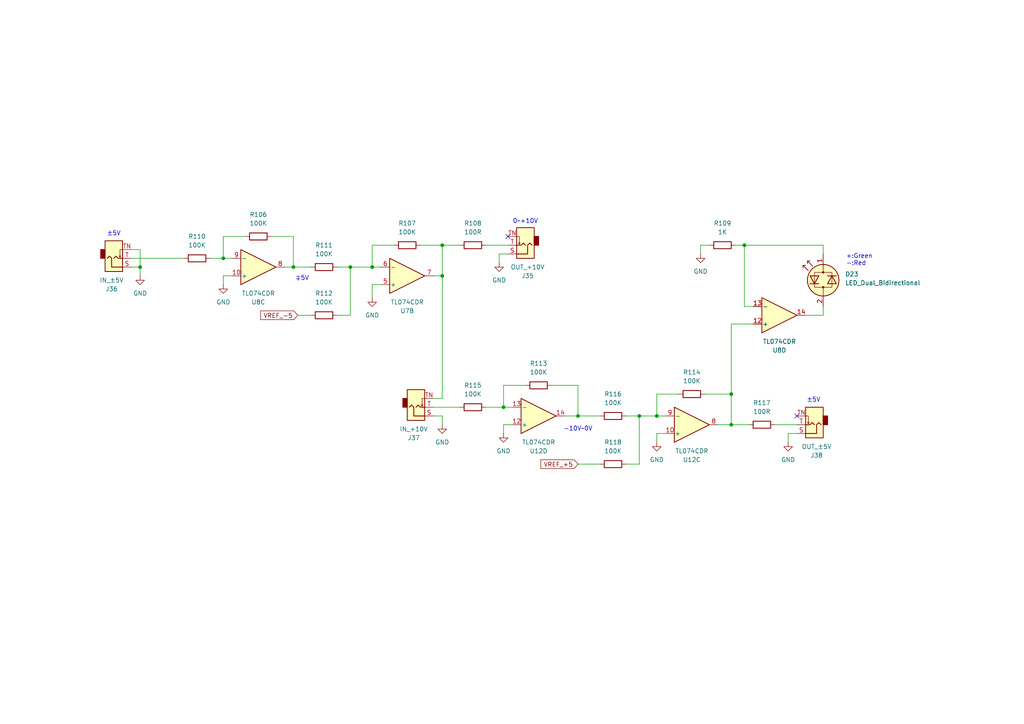
<source format=kicad_sch>
(kicad_sch (version 20250114) (generator "eeschema") (generator_version "9.0")
  (paper "A4")
  (title_block (title "±5V Offset") (date "2025-07-31") (rev "2.1") (company "StudioKAT"))
  (lib_symbols
    (symbol "Amplifier_Operational:TL074" (pin_names (offset 0.127))
      (property "Reference" "U" (at 0 5.08 0))
      (property "Value" "TL074" (at 0 -5.08 0))
      (symbol "TL074_1_1"
        (polyline (pts (xy -5.08 5.08) (xy 5.08 0) (xy -5.08 -5.08) (xy -5.08 5.08)) (stroke (width 0.254)) (fill (type background)))
        (pin input line (at -7.62 2.54 0) (length 2.54) (name "+") (number "3"))
        (pin input line (at -7.62 -2.54 0) (length 2.54) (name "-") (number "2"))
        (pin output line (at 7.62 0 180) (length 2.54) (name "~") (number "1"))
      )
      (symbol "TL074_2_1"
        (polyline (pts (xy -5.08 5.08) (xy 5.08 0) (xy -5.08 -5.08) (xy -5.08 5.08)) (stroke (width 0.254)) (fill (type background)))
        (pin input line (at -7.62 2.54 0) (length 2.54) (name "+") (number "5"))
        (pin input line (at -7.62 -2.54 0) (length 2.54) (name "-") (number "6"))
        (pin output line (at 7.62 0 180) (length 2.54) (name "~") (number "7"))
      )
      (symbol "TL074_3_1"
        (polyline (pts (xy -5.08 5.08) (xy 5.08 0) (xy -5.08 -5.08) (xy -5.08 5.08)) (stroke (width 0.254)) (fill (type background)))
        (pin input line (at -7.62 2.54 0) (length 2.54) (name "+") (number "10"))
        (pin input line (at -7.62 -2.54 0) (length 2.54) (name "-") (number "9"))
        (pin output line (at 7.62 0 180) (length 2.54) (name "~") (number "8"))
      )
      (symbol "TL074_4_1"
        (polyline (pts (xy -5.08 5.08) (xy 5.08 0) (xy -5.08 -5.08) (xy -5.08 5.08)) (stroke (width 0.254)) (fill (type background)))
        (pin input line (at -7.62 2.54 0) (length 2.54) (name "+") (number "12"))
        (pin input line (at -7.62 -2.54 0) (length 2.54) (name "-") (number "13"))
        (pin output line (at 7.62 0 180) (length 2.54) (name "~") (number "14"))
      )
      (symbol "TL074_5_1"
        (pin power_in line (at -2.54 7.62 270) (length 3.81) (name "V+") (number "4"))
        (pin power_in line (at -2.54 -7.62 90) (length 3.81) (name "V-") (number "11"))
      )
    )
    (symbol "Connector_Audio:AudioJack2_SwitchT"
      (property "Reference" "J" (at 0 8.89 0))
      (property "Value" "AudioJack2_SwitchT" (at 0 6.35 0))
      (symbol "AudioJack2_SwitchT_0_1"
        (rectangle (start -2.54 0) (end -3.81 -2.54) (stroke (width 0.254)) (fill (type outline)))
        (polyline (pts (xy 0 0) (xy 0.635 -0.635) (xy 1.27 0) (xy 2.54 0)) (stroke (width 0.254)))
        (polyline (pts (xy 1.778 -0.254) (xy 2.032 -0.762)))
        (rectangle (start 2.54 3.81) (end -2.54 -5.08) (stroke (width 0.254)) (fill (type background)))
        (polyline (pts (xy 2.54 2.54) (xy -0.635 2.54) (xy -0.635 0) (xy -1.27 -0.635) (xy -1.905 0)) (stroke (width 0.254)))
        (polyline (pts (xy 2.54 -2.54) (xy 1.778 -2.54) (xy 1.778 -0.254) (xy 1.524 -0.762)))
      )
      (symbol "AudioJack2_SwitchT_1_1"
        (pin passive line (at 5.08 2.54 180) (length 2.54) (name "~") (number "S"))
        (pin passive line (at 5.08 0 180) (length 2.54) (name "~") (number "T"))
        (pin passive line (at 5.08 -2.54 180) (length 2.54) (name "~") (number "TN"))
      )
    )
    (symbol "Device:LED_Dual_Bidirectional" (pin_names (offset 0) (hide yes))
      (property "Reference" "D" (at 0 5.715 0))
      (property "Value" "LED_Dual_Bidirectional" (at 0 -6.35 0))
      (symbol "LED_Dual_Bidirectional_0_1"
        (polyline (pts (xy -4.572 0) (xy -2.54 0)))
        (circle (center -2.032 0) (radius 0.254) (fill (type outline)))
        (polyline (pts (xy -2.032 0) (xy -2.54 0)))
        (polyline (pts (xy -1.016 3.81) (xy -1.016 1.27)) (stroke (width 0.254)))
        (polyline (pts (xy -1.016 -1.27) (xy -1.016 -3.81) (xy 1.27 -2.54) (xy -1.016 -1.27)) (stroke (width 0.254)))
        (circle (center 0 0) (radius 4.572) (stroke (width 0.254)) (fill (type background)))
        (polyline (pts (xy 1.27 3.81) (xy 1.27 1.27) (xy -1.016 2.54) (xy 1.27 3.81)) (stroke (width 0.254)))
        (polyline (pts (xy 1.27 -1.27) (xy 1.27 -3.81)) (stroke (width 0.254)))
        (polyline (pts (xy 2.286 2.54) (xy -2.032 2.54) (xy -2.032 -2.54) (xy 2.286 -2.54) (xy 2.286 2.54)))
        (circle (center 2.286 0) (radius 0.254) (fill (type outline)))
        (polyline (pts (xy 2.794 4.318) (xy 4.318 5.842) (xy 3.556 5.842)) (stroke (width 0.2032)))
        (polyline (pts (xy 4.064 3.048) (xy 5.588 4.572) (xy 4.826 4.572)) (stroke (width 0.2032)))
        (polyline (pts (xy 4.064 0) (xy 2.286 0)) (fill (type outline)))
        (polyline (pts (xy 4.318 5.842) (xy 4.318 5.08)) (stroke (width 0.2032)))
        (polyline (pts (xy 5.588 4.572) (xy 5.588 3.81)) (stroke (width 0.2032)))
      )
      (symbol "LED_Dual_Bidirectional_1_1"
        (pin input line (at -7.62 0 0) (length 3.048) (name "AK") (number "2"))
        (pin input line (at 7.62 0 180) (length 3.81) (name "KA") (number "1"))
      )
    )
    (symbol "Device:R" (pin_numbers (hide yes)) (pin_names (offset 0))
      (property "Reference" "R" (at 2.032 0 90))
      (property "Value" "R" (at 0 0 90))
      (symbol "R_0_1"
        (rectangle (start -1.016 -2.54) (end 1.016 2.54) (stroke (width 0.254)))
      )
      (symbol "R_1_1"
        (pin passive line (at 0 3.81 270) (length 1.27) (name "~") (number "1"))
        (pin passive line (at 0 -3.81 90) (length 1.27) (name "~") (number "2"))
      )
    )
    (symbol "power:GND" (power) (pin_numbers (hide yes)) (pin_names (offset 0) (hide yes))
      (property "Value" "GND" (at 0 -3.81 0))
      (symbol "GND_0_1"
        (polyline (pts (xy 0 0) (xy 0 -1.27) (xy 1.27 -1.27) (xy 0 -2.54) (xy -1.27 -1.27) (xy 0 -1.27)))
      )
      (symbol "GND_1_1"
        (pin power_in line (at 0 0 270) (length 0) (name "~") (number "1"))
      )
    )
  )
  (text "0~+10V" (at 152.4 64.262 0) (effects (font (size 1.27 1.27))))
  (text "-10V~0V" (at 167.64 124.46 0) (effects (font (size 1.27 1.27))))
  (text "±5V" (at 33.02 67.818 0) (effects (font (size 1.27 1.27))))
  (text "±5V" (at 235.966 116.078 0) (effects (font (size 1.27 1.27))))
  (text "+:Green\n-:Red" (at 245.364 75.438 0) (effects (font (size 1.27 1.27)) (justify left)))
  (text "∓5V" (at 87.63 80.772 0) (effects (font (size 1.27 1.27))))
  (junction (at 128.27 80.01))
  (junction (at 185.42 120.65))
  (junction (at 146.05 118.11))
  (junction (at 215.9 71.12))
  (junction (at 85.09 77.47))
  (junction (at 212.09 123.19))
  (junction (at 212.09 114.3))
  (junction (at 128.27 71.12))
  (junction (at 64.77 74.93))
  (junction (at 167.64 120.65))
  (junction (at 40.64 77.47))
  (junction (at 190.5 120.65))
  (junction (at 101.6 77.47))
  (junction (at 107.95 77.47))
  (no_connect (at 147.32 68.58))
  (no_connect (at 231.14 120.65))
  (wire (pts (xy 140.97 118.11) (xy 146.05 118.11)))
  (wire (pts (xy 203.2 73.66) (xy 203.2 71.12)))
  (wire (pts (xy 185.42 120.65) (xy 190.5 120.65)))
  (wire (pts (xy 238.76 91.44) (xy 233.68 91.44)))
  (wire (pts (xy 114.3 71.12) (xy 107.95 71.12)))
  (wire (pts (xy 167.64 134.62) (xy 173.99 134.62)))
  (wire (pts (xy 125.73 115.57) (xy 128.27 115.57)))
  (wire (pts (xy 86.36 91.44) (xy 90.17 91.44)))
  (wire (pts (xy 101.6 77.47) (xy 107.95 77.47)))
  (wire (pts (xy 101.6 91.44) (xy 101.6 77.47)))
  (wire (pts (xy 167.64 120.65) (xy 163.83 120.65)))
  (wire (pts (xy 160.02 111.76) (xy 167.64 111.76)))
  (wire (pts (xy 125.73 118.11) (xy 133.35 118.11)))
  (wire (pts (xy 185.42 134.62) (xy 185.42 120.65)))
  (wire (pts (xy 85.09 77.47) (xy 90.17 77.47)))
  (wire (pts (xy 238.76 73.66) (xy 238.76 71.12)))
  (wire (pts (xy 167.64 111.76) (xy 167.64 120.65)))
  (wire (pts (xy 71.12 68.58) (xy 64.77 68.58)))
  (wire (pts (xy 146.05 118.11) (xy 148.59 118.11)))
  (wire (pts (xy 181.61 120.65) (xy 185.42 120.65)))
  (wire (pts (xy 190.5 120.65) (xy 193.04 120.65)))
  (wire (pts (xy 215.9 71.12) (xy 215.9 88.9)))
  (wire (pts (xy 224.79 123.19) (xy 231.14 123.19)))
  (wire (pts (xy 238.76 88.9) (xy 238.76 91.44)))
  (wire (pts (xy 38.1 74.93) (xy 53.34 74.93)))
  (wire (pts (xy 212.09 123.19) (xy 217.17 123.19)))
  (wire (pts (xy 196.85 114.3) (xy 190.5 114.3)))
  (wire (pts (xy 212.09 93.98) (xy 212.09 114.3)))
  (wire (pts (xy 190.5 125.73) (xy 193.04 125.73)))
  (wire (pts (xy 128.27 123.19) (xy 128.27 120.65)))
  (wire (pts (xy 218.44 93.98) (xy 212.09 93.98)))
  (wire (pts (xy 228.6 125.73) (xy 231.14 125.73)))
  (wire (pts (xy 190.5 128.27) (xy 190.5 125.73)))
  (wire (pts (xy 64.77 68.58) (xy 64.77 74.93)))
  (wire (pts (xy 213.36 71.12) (xy 215.9 71.12)))
  (wire (pts (xy 212.09 114.3) (xy 212.09 123.19)))
  (wire (pts (xy 204.47 114.3) (xy 212.09 114.3)))
  (wire (pts (xy 128.27 120.65) (xy 125.73 120.65)))
  (wire (pts (xy 40.64 72.39) (xy 40.64 77.47)))
  (wire (pts (xy 40.64 77.47) (xy 38.1 77.47)))
  (wire (pts (xy 97.79 91.44) (xy 101.6 91.44)))
  (wire (pts (xy 128.27 80.01) (xy 125.73 80.01)))
  (wire (pts (xy 215.9 88.9) (xy 218.44 88.9)))
  (wire (pts (xy 107.95 77.47) (xy 110.49 77.47)))
  (wire (pts (xy 107.95 82.55) (xy 107.95 86.36)))
  (wire (pts (xy 97.79 77.47) (xy 101.6 77.47)))
  (wire (pts (xy 212.09 123.19) (xy 208.28 123.19)))
  (wire (pts (xy 64.77 82.55) (xy 64.77 80.01)))
  (wire (pts (xy 64.77 80.01) (xy 67.31 80.01)))
  (wire (pts (xy 64.77 74.93) (xy 67.31 74.93)))
  (wire (pts (xy 40.64 80.01) (xy 40.64 77.47)))
  (wire (pts (xy 85.09 68.58) (xy 85.09 77.47)))
  (wire (pts (xy 238.76 71.12) (xy 215.9 71.12)))
  (wire (pts (xy 85.09 77.47) (xy 82.55 77.47)))
  (wire (pts (xy 60.96 74.93) (xy 64.77 74.93)))
  (wire (pts (xy 128.27 71.12) (xy 133.35 71.12)))
  (wire (pts (xy 167.64 120.65) (xy 173.99 120.65)))
  (wire (pts (xy 121.92 71.12) (xy 128.27 71.12)))
  (wire (pts (xy 107.95 82.55) (xy 110.49 82.55)))
  (wire (pts (xy 146.05 123.19) (xy 148.59 123.19)))
  (wire (pts (xy 181.61 134.62) (xy 185.42 134.62)))
  (wire (pts (xy 140.97 71.12) (xy 147.32 71.12)))
  (wire (pts (xy 190.5 114.3) (xy 190.5 120.65)))
  (wire (pts (xy 38.1 72.39) (xy 40.64 72.39)))
  (wire (pts (xy 144.78 73.66) (xy 147.32 73.66)))
  (wire (pts (xy 146.05 125.73) (xy 146.05 123.19)))
  (wire (pts (xy 144.78 76.2) (xy 144.78 73.66)))
  (wire (pts (xy 128.27 71.12) (xy 128.27 80.01)))
  (wire (pts (xy 228.6 128.27) (xy 228.6 125.73)))
  (wire (pts (xy 78.74 68.58) (xy 85.09 68.58)))
  (wire (pts (xy 152.4 111.76) (xy 146.05 111.76)))
  (wire (pts (xy 146.05 111.76) (xy 146.05 118.11)))
  (wire (pts (xy 128.27 115.57) (xy 128.27 80.01)))
  (wire (pts (xy 203.2 71.12) (xy 205.74 71.12)))
  (wire (pts (xy 107.95 71.12) (xy 107.95 77.47)))
  (global_label "VREF_-5" (shape input) (at 86.36 91.44 180) (property "Intersheetrefs" "${INTERSHEET_REFS}" (effects (hide yes))))
  (global_label "VREF_+5" (shape input) (at 167.64 134.62 180) (property "Intersheetrefs" "${INTERSHEET_REFS}" (effects (hide yes))))
  (symbol (lib_id "Connector_Audio:AudioJack2_SwitchT") (at 236.22 123.19 180) (unit 1)
    (property "Reference" "J38" (at 236.855 132.08 0))
    (property "Value" "OUT_±5V" (at 236.855 129.54 0))
    (property "Footprint" "kat_eurorack:AudioJack_PJ301M-12" (effects (hide yes)))
    (property "Description" "Audio Jack, 2 Poles (Mono / TS), Switched T Pole (Normalling)" (effects (hide yes)))
  )
  (symbol (lib_id "Device:R") (at 118.11 71.12 90) (unit 1)
    (property "Reference" "R107" (at 118.11 64.77 90))
    (property "Value" "100K" (at 118.11 67.31 90))
    (property "Footprint" "Resistor_SMD:R_0402_1005Metric" (effects (hide yes)))
    (property "Description" "Resistor" (effects (hide yes)))
    (property "LCSC" "C25741" (effects (hide yes)))
  )
  (symbol (lib_id "power:GND") (at 128.27 123.19 0) (unit 1)
    (property "Reference" "#PWR0108" (effects (hide yes)))
    (property "Value" "GND" (at 128.27 128.27 0))
    (property "Description" "Power symbol creates a global label with name \"GND\" , ground" (effects (hide yes)))
  )
  (symbol (lib_id "Amplifier_Operational:TL074") (at 118.11 80.01 0) (mirror x) (unit 2)
    (property "Reference" "U7" (at 118.11 90.17 0))
    (property "Value" "TL074CDR" (at 118.11 87.63 0))
    (property "Footprint" "Package_SO:SOIC-14_3.9x8.7mm_P1.27mm" (effects (hide yes)))
    (property "Datasheet" "http://www.ti.com/lit/ds/symlink/tl071.pdf" (effects (hide yes)))
    (property "Description" "Quad Low-Noise JFET-Input Operational Amplifiers, DIP-14/SOIC-14" (effects (hide yes)))
    (property "LCSC" "C12594" (effects (hide yes)))
  )
  (symbol (lib_id "Amplifier_Operational:TL074") (at 156.21 120.65 0) (mirror x) (unit 4)
    (property "Reference" "U12" (at 156.21 130.81 0))
    (property "Value" "TL074CDR" (at 156.21 128.27 0))
    (property "Footprint" "Package_SO:SOIC-14_3.9x8.7mm_P1.27mm" (effects (hide yes)))
    (property "Datasheet" "http://www.ti.com/lit/ds/symlink/tl071.pdf" (effects (hide yes)))
    (property "Description" "Quad Low-Noise JFET-Input Operational Amplifiers, DIP-14/SOIC-14" (effects (hide yes)))
    (property "LCSC" "C12594" (effects (hide yes)))
  )
  (symbol (lib_id "Device:R") (at 200.66 114.3 90) (unit 1)
    (property "Reference" "R114" (at 200.66 107.95 90))
    (property "Value" "100K" (at 200.66 110.49 90))
    (property "Footprint" "Resistor_SMD:R_0402_1005Metric" (effects (hide yes)))
    (property "Description" "Resistor" (effects (hide yes)))
    (property "LCSC" "C25741" (effects (hide yes)))
  )
  (symbol (lib_id "Amplifier_Operational:TL074") (at 226.06 91.44 0) (mirror x) (unit 4)
    (property "Reference" "U8" (at 226.06 101.6 0))
    (property "Value" "TL074CDR" (at 226.06 99.06 0))
    (property "Footprint" "Package_SO:SOIC-14_3.9x8.7mm_P1.27mm" (effects (hide yes)))
    (property "Datasheet" "http://www.ti.com/lit/ds/symlink/tl071.pdf" (effects (hide yes)))
    (property "Description" "Quad Low-Noise JFET-Input Operational Amplifiers, DIP-14/SOIC-14" (effects (hide yes)))
    (property "LCSC" "C12594" (effects (hide yes)))
  )
  (symbol (lib_id "Device:R") (at 93.98 77.47 90) (unit 1)
    (property "Reference" "R111" (at 93.98 71.12 90))
    (property "Value" "100K" (at 93.98 73.66 90))
    (property "Footprint" "Resistor_SMD:R_0402_1005Metric" (effects (hide yes)))
    (property "Description" "Resistor" (effects (hide yes)))
    (property "LCSC" "C25741" (effects (hide yes)))
  )
  (symbol (lib_id "power:GND") (at 40.64 80.01 0) (unit 1)
    (property "Reference" "#PWR0105" (effects (hide yes)))
    (property "Value" "GND" (at 40.64 85.09 0))
    (property "Description" "Power symbol creates a global label with name \"GND\" , ground" (effects (hide yes)))
  )
  (symbol (lib_id "power:GND") (at 190.5 128.27 0) (unit 1)
    (property "Reference" "#PWR0110" (effects (hide yes)))
    (property "Value" "GND" (at 190.5 133.35 0))
    (property "Description" "Power symbol creates a global label with name \"GND\" , ground" (effects (hide yes)))
  )
  (symbol (lib_id "power:GND") (at 64.77 82.55 0) (unit 1)
    (property "Reference" "#PWR0106" (effects (hide yes)))
    (property "Value" "GND" (at 64.77 87.63 0))
    (property "Description" "Power symbol creates a global label with name \"GND\" , ground" (effects (hide yes)))
  )
  (symbol (lib_id "Device:R") (at 209.55 71.12 90) (unit 1)
    (property "Reference" "R109" (at 209.55 64.77 90))
    (property "Value" "1K" (at 209.55 67.31 90))
    (property "Footprint" "Resistor_SMD:R_0402_1005Metric" (effects (hide yes)))
    (property "Description" "Resistor" (effects (hide yes)))
    (property "LCSC" "C11702" (effects (hide yes)))
  )
  (symbol (lib_id "Device:R") (at 177.8 134.62 90) (unit 1)
    (property "Reference" "R118" (at 177.8 128.27 90))
    (property "Value" "100K" (at 177.8 130.81 90))
    (property "Footprint" "Resistor_SMD:R_0402_1005Metric" (effects (hide yes)))
    (property "Description" "Resistor" (effects (hide yes)))
    (property "LCSC" "C25741" (effects (hide yes)))
  )
  (symbol (lib_id "Device:R") (at 57.15 74.93 90) (unit 1)
    (property "Reference" "R110" (at 57.15 68.58 90))
    (property "Value" "100K" (at 57.15 71.12 90))
    (property "Footprint" "Resistor_SMD:R_0402_1005Metric" (effects (hide yes)))
    (property "Description" "Resistor" (effects (hide yes)))
    (property "LCSC" "C25741" (effects (hide yes)))
  )
  (symbol (lib_id "Device:R") (at 220.98 123.19 90) (unit 1)
    (property "Reference" "R117" (at 220.98 116.84 90))
    (property "Value" "100R" (at 220.98 119.38 90))
    (property "Footprint" "Resistor_SMD:R_0402_1005Metric" (effects (hide yes)))
    (property "Description" "Resistor" (effects (hide yes)))
    (property "LCSC" "C25076" (effects (hide yes)))
  )
  (symbol (lib_id "Connector_Audio:AudioJack2_SwitchT") (at 120.65 118.11 0) (mirror x) (unit 1)
    (property "Reference" "J37" (at 120.015 127 0))
    (property "Value" "IN_+10V" (at 120.015 124.46 0))
    (property "Footprint" "kat_eurorack:AudioJack_PJ301M-12" (effects (hide yes)))
    (property "Description" "Audio Jack, 2 Poles (Mono / TS), Switched T Pole (Normalling)" (effects (hide yes)))
  )
  (symbol (lib_id "power:GND") (at 144.78 76.2 0) (mirror y) (unit 1)
    (property "Reference" "#PWR0104" (effects (hide yes)))
    (property "Value" "GND" (at 144.78 81.28 0))
    (property "Description" "Power symbol creates a global label with name \"GND\" , ground" (effects (hide yes)))
  )
  (symbol (lib_id "power:GND") (at 107.95 86.36 0) (unit 1)
    (property "Reference" "#PWR0107" (effects (hide yes)))
    (property "Value" "GND" (at 107.95 91.44 0))
    (property "Description" "Power symbol creates a global label with name \"GND\" , ground" (effects (hide yes)))
  )
  (symbol (lib_id "Amplifier_Operational:TL074") (at 200.66 123.19 0) (mirror x) (unit 3)
    (property "Reference" "U12" (at 200.66 133.35 0))
    (property "Value" "TL074CDR" (at 200.66 130.81 0))
    (property "Footprint" "Package_SO:SOIC-14_3.9x8.7mm_P1.27mm" (effects (hide yes)))
    (property "Datasheet" "http://www.ti.com/lit/ds/symlink/tl071.pdf" (effects (hide yes)))
    (property "Description" "Quad Low-Noise JFET-Input Operational Amplifiers, DIP-14/SOIC-14" (effects (hide yes)))
    (property "LCSC" "C12594" (effects (hide yes)))
  )
  (symbol (lib_id "Connector_Audio:AudioJack2_SwitchT") (at 33.02 74.93 0) (mirror x) (unit 1)
    (property "Reference" "J36" (at 32.385 83.82 0))
    (property "Value" "IN_±5V" (at 32.385 81.28 0))
    (property "Footprint" "kat_eurorack:AudioJack_PJ301M-12" (effects (hide yes)))
    (property "Description" "Audio Jack, 2 Poles (Mono / TS), Switched T Pole (Normalling)" (effects (hide yes)))
  )
  (symbol (lib_id "Amplifier_Operational:TL074") (at 74.93 77.47 0) (mirror x) (unit 3)
    (property "Reference" "U8" (at 74.93 87.63 0))
    (property "Value" "TL074CDR" (at 74.93 85.09 0))
    (property "Footprint" "Package_SO:SOIC-14_3.9x8.7mm_P1.27mm" (effects (hide yes)))
    (property "Datasheet" "http://www.ti.com/lit/ds/symlink/tl071.pdf" (effects (hide yes)))
    (property "Description" "Quad Low-Noise JFET-Input Operational Amplifiers, DIP-14/SOIC-14" (effects (hide yes)))
    (property "LCSC" "C12594" (effects (hide yes)))
  )
  (symbol (lib_id "Device:R") (at 74.93 68.58 90) (unit 1)
    (property "Reference" "R106" (at 74.93 62.23 90))
    (property "Value" "100K" (at 74.93 64.77 90))
    (property "Footprint" "Resistor_SMD:R_0402_1005Metric" (effects (hide yes)))
    (property "Description" "Resistor" (effects (hide yes)))
    (property "LCSC" "C25741" (effects (hide yes)))
  )
  (symbol (lib_id "Device:R") (at 93.98 91.44 90) (unit 1)
    (property "Reference" "R112" (at 93.98 85.09 90))
    (property "Value" "100K" (at 93.98 87.63 90))
    (property "Footprint" "Resistor_SMD:R_0402_1005Metric" (effects (hide yes)))
    (property "Description" "Resistor" (effects (hide yes)))
    (property "LCSC" "C25741" (effects (hide yes)))
  )
  (symbol (lib_id "Device:LED_Dual_Bidirectional") (at 238.76 81.28 90) (unit 1)
    (property "Reference" "D23" (at 245.11 79.5146 90) (effects (justify right)))
    (property "Value" "LED_Dual_Bidirectional" (at 245.11 82.0546 90) (effects (justify right)))
    (property "Footprint" "LED_THT:LED_D3.0mm" (effects (hide yes)))
    (property "Description" "Dual LED, bidirectional" (effects (hide yes)))
  )
  (symbol (lib_id "Device:R") (at 137.16 71.12 90) (unit 1)
    (property "Reference" "R108" (at 137.16 64.77 90))
    (property "Value" "100R" (at 137.16 67.31 90))
    (property "Footprint" "Resistor_SMD:R_0402_1005Metric" (effects (hide yes)))
    (property "Description" "Resistor" (effects (hide yes)))
    (property "LCSC" "C25076" (effects (hide yes)))
  )
  (symbol (lib_id "Device:R") (at 177.8 120.65 90) (unit 1)
    (property "Reference" "R116" (at 177.8 114.3 90))
    (property "Value" "100K" (at 177.8 116.84 90))
    (property "Footprint" "Resistor_SMD:R_0402_1005Metric" (effects (hide yes)))
    (property "Description" "Resistor" (effects (hide yes)))
    (property "LCSC" "C25741" (effects (hide yes)))
  )
  (symbol (lib_id "power:GND") (at 203.2 73.66 0) (unit 1)
    (property "Reference" "#PWR0103" (effects (hide yes)))
    (property "Value" "GND" (at 203.2 78.74 0))
    (property "Description" "Power symbol creates a global label with name \"GND\" , ground" (effects (hide yes)))
  )
  (symbol (lib_id "Device:R") (at 156.21 111.76 90) (unit 1)
    (property "Reference" "R113" (at 156.21 105.41 90))
    (property "Value" "100K" (at 156.21 107.95 90))
    (property "Footprint" "Resistor_SMD:R_0402_1005Metric" (effects (hide yes)))
    (property "Description" "Resistor" (effects (hide yes)))
    (property "LCSC" "C25741" (effects (hide yes)))
  )
  (symbol (lib_id "power:GND") (at 146.05 125.73 0) (unit 1)
    (property "Reference" "#PWR0109" (effects (hide yes)))
    (property "Value" "GND" (at 146.05 130.81 0))
    (property "Description" "Power symbol creates a global label with name \"GND\" , ground" (effects (hide yes)))
  )
  (symbol (lib_id "Device:R") (at 137.16 118.11 90) (unit 1)
    (property "Reference" "R115" (at 137.16 111.76 90))
    (property "Value" "100K" (at 137.16 114.3 90))
    (property "Footprint" "Resistor_SMD:R_0402_1005Metric" (effects (hide yes)))
    (property "Description" "Resistor" (effects (hide yes)))
    (property "LCSC" "C25741" (effects (hide yes)))
  )
  (symbol (lib_id "Connector_Audio:AudioJack2_SwitchT") (at 152.4 71.12 180) (unit 1)
    (property "Reference" "J35" (at 153.035 80.01 0))
    (property "Value" "OUT_+10V" (at 153.035 77.47 0))
    (property "Footprint" "kat_eurorack:AudioJack_PJ301M-12" (effects (hide yes)))
    (property "Description" "Audio Jack, 2 Poles (Mono / TS), Switched T Pole (Normalling)" (effects (hide yes)))
  )
  (symbol (lib_id "power:GND") (at 228.6 128.27 0) (mirror y) (unit 1)
    (property "Reference" "#PWR0111" (effects (hide yes)))
    (property "Value" "GND" (at 228.6 133.35 0))
    (property "Description" "Power symbol creates a global label with name \"GND\" , ground" (effects (hide yes)))
  )
)
</source>
